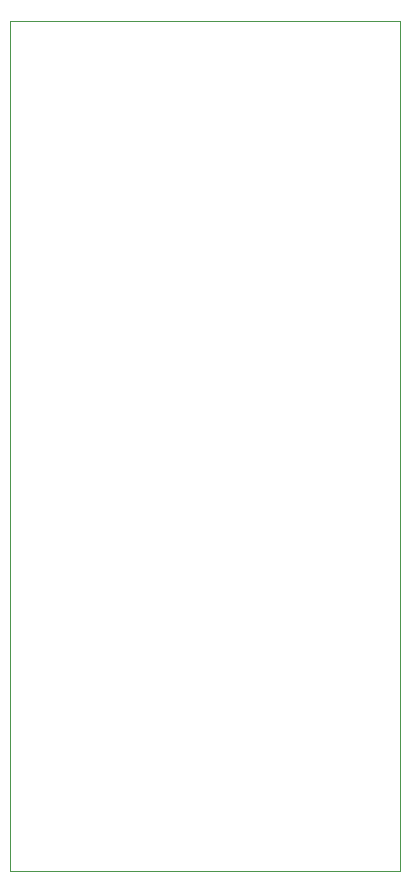
<source format=gm1>
G04 #@! TF.GenerationSoftware,KiCad,Pcbnew,(5.99.0-492-g30da2b31e)*
G04 #@! TF.CreationDate,2019-12-10T20:32:50+01:00*
G04 #@! TF.ProjectId,gabel,67616265-6c2e-46b6-9963-61645f706362,rev?*
G04 #@! TF.SameCoordinates,Original*
G04 #@! TF.FileFunction,Profile,NP*
%FSLAX46Y46*%
G04 Gerber Fmt 4.6, Leading zero omitted, Abs format (unit mm)*
G04 Created by KiCad (PCBNEW (5.99.0-492-g30da2b31e)) date 2019-12-10 20:32:50*
%MOMM*%
%LPD*%
G04 APERTURE LIST*
%ADD10C,0.050000*%
G04 APERTURE END LIST*
D10*
X38000000Y-73000000D02*
X38000000Y-145000000D01*
X71000000Y-73000000D02*
X38000000Y-73000000D01*
X71000000Y-145000000D02*
X71000000Y-73000000D01*
X38000000Y-145000000D02*
X71000000Y-145000000D01*
M02*

</source>
